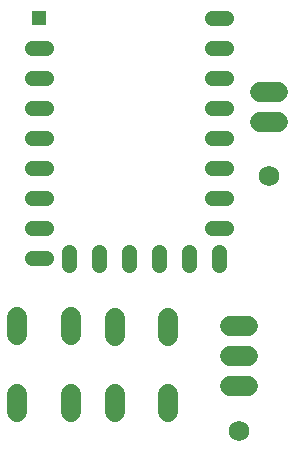
<source format=gbr>
G04 EAGLE Gerber RS-274X export*
G75*
%MOMM*%
%FSLAX34Y34*%
%LPD*%
%INSoldermask Top*%
%IPPOS*%
%AMOC8*
5,1,8,0,0,1.08239X$1,22.5*%
G01*
G04 Define Apertures*
%ADD10C,1.727200*%
%ADD11C,1.727200*%
%ADD12R,1.311200X1.311200*%
%ADD13C,1.311200*%
D10*
X266700Y254000D03*
X241300Y38100D03*
D11*
X258880Y299520D02*
X274120Y299520D01*
X274120Y324920D02*
X258880Y324920D01*
X248920Y76200D02*
X233680Y76200D01*
X233680Y101600D02*
X248920Y101600D01*
X248920Y127000D02*
X233680Y127000D01*
X98806Y134620D02*
X98806Y119380D01*
X53594Y119380D02*
X53594Y134620D01*
X98806Y69596D02*
X98806Y54356D01*
X53594Y54356D02*
X53594Y69596D01*
X181356Y118872D02*
X181356Y134112D01*
X136144Y134112D02*
X136144Y118872D01*
X181356Y69088D02*
X181356Y53848D01*
X136144Y53848D02*
X136144Y69088D01*
D12*
X72040Y387400D03*
D13*
X66500Y362000D02*
X77580Y362000D01*
X77580Y336600D02*
X66500Y336600D01*
X66500Y311200D02*
X77580Y311200D01*
X77580Y285800D02*
X66500Y285800D01*
X66500Y260400D02*
X77580Y260400D01*
X77580Y235000D02*
X66500Y235000D01*
X66500Y209600D02*
X77580Y209600D01*
X77580Y184200D02*
X66500Y184200D01*
X97440Y178660D02*
X97440Y189740D01*
X122840Y189740D02*
X122840Y178660D01*
X148240Y178660D02*
X148240Y189740D01*
X173640Y189740D02*
X173640Y178660D01*
X199040Y178660D02*
X199040Y189740D01*
X224440Y189740D02*
X224440Y178660D01*
X229980Y209600D02*
X218900Y209600D01*
X218900Y235000D02*
X229980Y235000D01*
X229980Y260400D02*
X218900Y260400D01*
X218900Y285800D02*
X229980Y285800D01*
X229980Y311200D02*
X218900Y311200D01*
X218900Y336600D02*
X229980Y336600D01*
X229980Y362000D02*
X218900Y362000D01*
X218900Y387400D02*
X229980Y387400D01*
M02*

</source>
